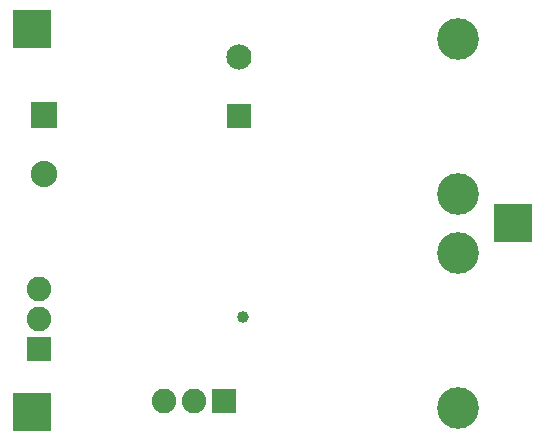
<source format=gbr>
G04 EAGLE Gerber RS-274X export*
G75*
%MOMM*%
%FSLAX34Y34*%
%LPD*%
%INSoldermask Bottom*%
%IPPOS*%
%AMOC8*
5,1,8,0,0,1.08239X$1,22.5*%
G01*
%ADD10C,2.133600*%
%ADD11R,2.133600X2.133600*%
%ADD12C,3.530600*%
%ADD13R,2.082800X2.082800*%
%ADD14C,2.082800*%
%ADD15R,2.235200X2.235200*%
%ADD16C,2.235200*%
%ADD17C,1.009600*%
%ADD18R,3.203200X3.203200*%


D10*
X201930Y327260D03*
D11*
X201930Y277260D03*
D12*
X387830Y160909D03*
X387830Y29591D03*
X387830Y342519D03*
X387830Y211201D03*
D13*
X33020Y80010D03*
D14*
X33020Y105410D03*
X33020Y130810D03*
D13*
X189230Y35560D03*
D14*
X163830Y35560D03*
X138430Y35560D03*
D15*
X36830Y278130D03*
D16*
X36830Y228130D03*
D17*
X205740Y106680D03*
D18*
X434340Y186690D03*
X26670Y26670D03*
X26670Y350520D03*
M02*

</source>
